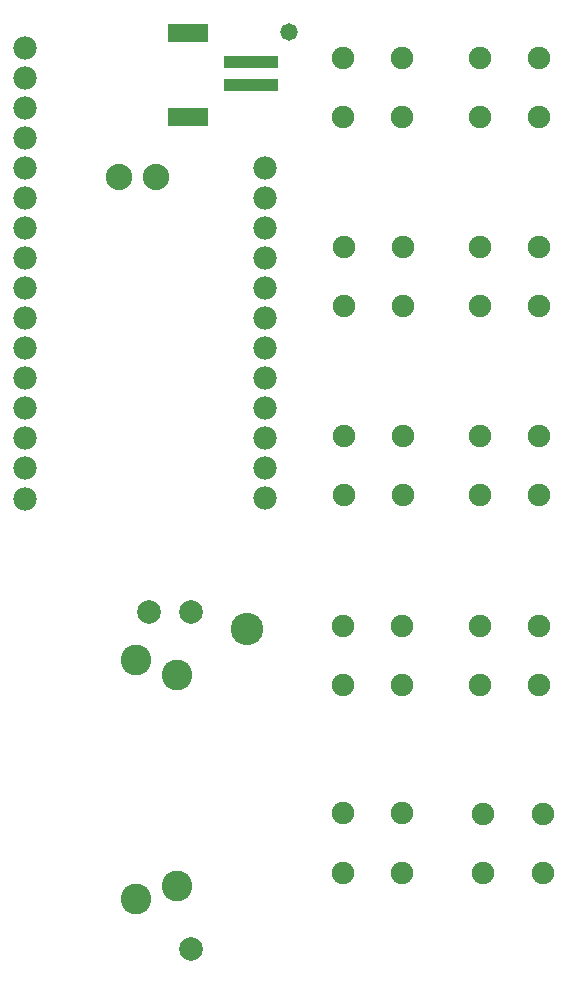
<source format=gbs>
G04*
G04 #@! TF.GenerationSoftware,Altium Limited,Altium Designer,19.1.8 (144)*
G04*
G04 Layer_Color=16711935*
%FSLAX25Y25*%
%MOIN*%
G70*
G01*
G75*
%ADD16C,0.07493*%
%ADD17C,0.08800*%
%ADD18C,0.10249*%
%ADD19C,0.07887*%
%ADD20C,0.07800*%
%ADD21C,0.05800*%
%ADD22C,0.10800*%
%ADD31R,0.18110X0.03937*%
%ADD32R,0.13386X0.06299*%
D16*
X553937Y698951D02*
D03*
Y679266D02*
D03*
X573622Y698951D02*
D03*
Y679266D02*
D03*
X508366Y699016D02*
D03*
Y679331D02*
D03*
X528051Y699016D02*
D03*
Y679331D02*
D03*
X553937Y635959D02*
D03*
Y616274D02*
D03*
X573622Y635959D02*
D03*
Y616274D02*
D03*
X508563Y636024D02*
D03*
Y616338D02*
D03*
X528248Y636024D02*
D03*
Y616338D02*
D03*
X553937Y572967D02*
D03*
Y553282D02*
D03*
X573622Y572967D02*
D03*
Y553282D02*
D03*
X508465Y573032D02*
D03*
Y553346D02*
D03*
X528150Y573032D02*
D03*
Y553346D02*
D03*
X553937Y509680D02*
D03*
Y489994D02*
D03*
X573622Y509680D02*
D03*
Y489994D02*
D03*
X508366Y509744D02*
D03*
Y490059D02*
D03*
X528051Y509744D02*
D03*
Y490059D02*
D03*
X527953Y427559D02*
D03*
Y447244D02*
D03*
X508268Y427559D02*
D03*
Y447244D02*
D03*
X574803Y427494D02*
D03*
Y447180D02*
D03*
X555118Y427494D02*
D03*
Y447180D02*
D03*
D17*
X433465Y659449D02*
D03*
X446063D02*
D03*
D18*
X452953Y423228D02*
D03*
X439173Y418898D02*
D03*
Y498425D02*
D03*
X452953Y493307D02*
D03*
D19*
X457480Y514370D02*
D03*
X443701D02*
D03*
X457481Y402166D02*
D03*
D20*
X482362Y552323D02*
D03*
Y562323D02*
D03*
Y572323D02*
D03*
Y582323D02*
D03*
Y592323D02*
D03*
Y602323D02*
D03*
Y612323D02*
D03*
Y622323D02*
D03*
Y632323D02*
D03*
Y642323D02*
D03*
Y652323D02*
D03*
Y662323D02*
D03*
X402362Y702323D02*
D03*
Y692323D02*
D03*
Y682323D02*
D03*
Y672323D02*
D03*
Y662323D02*
D03*
Y652323D02*
D03*
Y642323D02*
D03*
Y632323D02*
D03*
Y622323D02*
D03*
Y612323D02*
D03*
Y602323D02*
D03*
Y592323D02*
D03*
Y582323D02*
D03*
Y572323D02*
D03*
Y562323D02*
D03*
Y552224D02*
D03*
D21*
X490158Y707677D02*
D03*
D22*
X476378Y508858D02*
D03*
D31*
X477559Y690158D02*
D03*
Y697638D02*
D03*
D32*
X456693Y707480D02*
D03*
Y679528D02*
D03*
M02*

</source>
